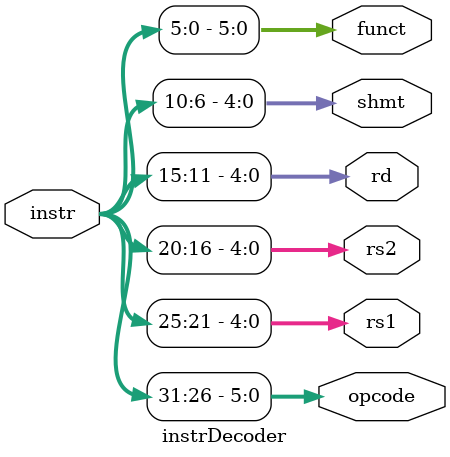
<source format=sv>
`timescale 1ns / 1ps
module instrDecoder(instr, opcode, rs1, rs2, rd, shmt, funct);

    input     [31:0] instr;
    output reg[5:0] opcode;
    output reg[4:0] rs1, rs2, rd;
    output reg[4:0] shmt; 
    output reg[5:0] funct;

    always@(instr)

    begin
        opcode  = instr[31:26];
        rs1     = instr[25:21];
        rs2     = instr[20:16];
        rd      = instr[15:11];
        shmt    = instr[10:6]; 
        funct   = instr[5:0];
    end

endmodule
</source>
